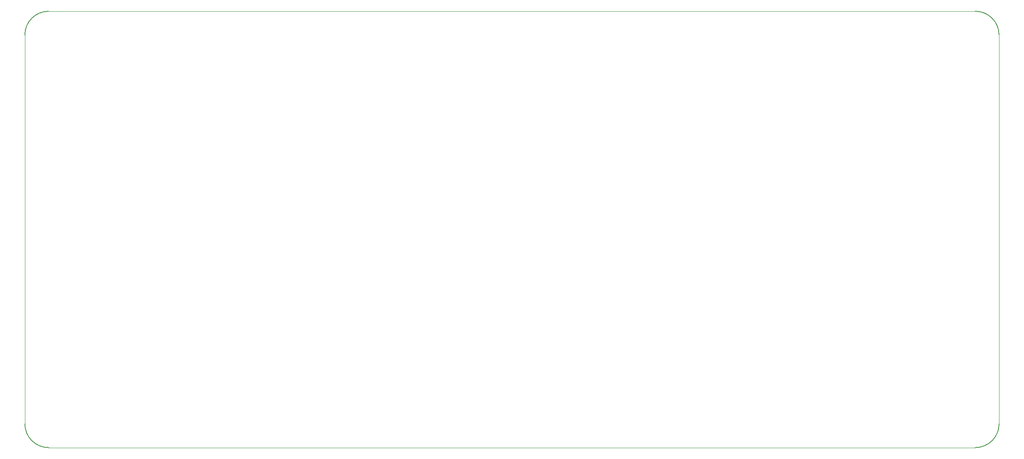
<source format=gbr>
%TF.GenerationSoftware,KiCad,Pcbnew,9.0.1*%
%TF.CreationDate,2025-06-06T18:14:51+02:00*%
%TF.ProjectId,01_Energex8PCB_v1.0,30315f45-6e65-4726-9765-78385043425f,v1.0*%
%TF.SameCoordinates,Original*%
%TF.FileFunction,Profile,NP*%
%FSLAX46Y46*%
G04 Gerber Fmt 4.6, Leading zero omitted, Abs format (unit mm)*
G04 Created by KiCad (PCBNEW 9.0.1) date 2025-06-06 18:14:51*
%MOMM*%
%LPD*%
G01*
G04 APERTURE LIST*
%TA.AperFunction,Profile*%
%ADD10C,0.200000*%
%TD*%
%TA.AperFunction,Profile*%
%ADD11C,0.100000*%
%TD*%
G04 APERTURE END LIST*
D10*
X46538000Y-52244000D02*
G75*
G02*
X51538000Y-47244000I5000000J0D01*
G01*
X246538000Y-47244000D02*
G75*
G02*
X251538000Y-52244000I0J-5000000D01*
G01*
D11*
X51538000Y-139244000D02*
X246538000Y-139244000D01*
D10*
X51538000Y-139244000D02*
G75*
G02*
X46538000Y-134244000I0J5000000D01*
G01*
D11*
X251538000Y-134244000D02*
X251538000Y-52244000D01*
X46538000Y-52244000D02*
X46538000Y-134244000D01*
D10*
X251538000Y-134244000D02*
G75*
G02*
X246538000Y-139244000I-5000000J0D01*
G01*
D11*
X246538000Y-47244000D02*
X51538000Y-47244000D01*
M02*

</source>
